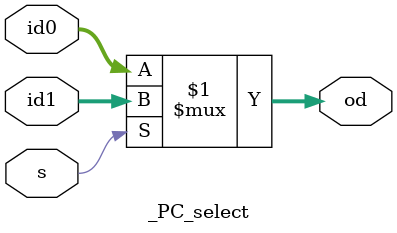
<source format=sv>
`timescale 1ns / 1ps


module _PC_select(
input logic s,
input logic [31:0] id0, id1,
output logic [31:0] od);

assign od = s?id1:id0;

endmodule

</source>
